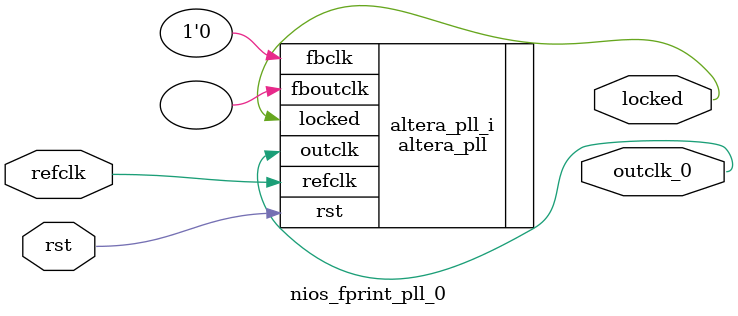
<source format=v>
`timescale 1ns/10ps
module  nios_fprint_pll_0(

	// interface 'refclk'
	input wire refclk,

	// interface 'reset'
	input wire rst,

	// interface 'outclk0'
	output wire outclk_0,

	// interface 'locked'
	output wire locked
);

	altera_pll #(
		.fractional_vco_multiplier("false"),
		.reference_clock_frequency("50.0 MHz"),
		.operation_mode("direct"),
		.number_of_clocks(1),
		.output_clock_frequency0("25.000000 MHz"),
		.phase_shift0("0 ps"),
		.duty_cycle0(50),
		.output_clock_frequency1("0 MHz"),
		.phase_shift1("0 ps"),
		.duty_cycle1(50),
		.output_clock_frequency2("0 MHz"),
		.phase_shift2("0 ps"),
		.duty_cycle2(50),
		.output_clock_frequency3("0 MHz"),
		.phase_shift3("0 ps"),
		.duty_cycle3(50),
		.output_clock_frequency4("0 MHz"),
		.phase_shift4("0 ps"),
		.duty_cycle4(50),
		.output_clock_frequency5("0 MHz"),
		.phase_shift5("0 ps"),
		.duty_cycle5(50),
		.output_clock_frequency6("0 MHz"),
		.phase_shift6("0 ps"),
		.duty_cycle6(50),
		.output_clock_frequency7("0 MHz"),
		.phase_shift7("0 ps"),
		.duty_cycle7(50),
		.output_clock_frequency8("0 MHz"),
		.phase_shift8("0 ps"),
		.duty_cycle8(50),
		.output_clock_frequency9("0 MHz"),
		.phase_shift9("0 ps"),
		.duty_cycle9(50),
		.output_clock_frequency10("0 MHz"),
		.phase_shift10("0 ps"),
		.duty_cycle10(50),
		.output_clock_frequency11("0 MHz"),
		.phase_shift11("0 ps"),
		.duty_cycle11(50),
		.output_clock_frequency12("0 MHz"),
		.phase_shift12("0 ps"),
		.duty_cycle12(50),
		.output_clock_frequency13("0 MHz"),
		.phase_shift13("0 ps"),
		.duty_cycle13(50),
		.output_clock_frequency14("0 MHz"),
		.phase_shift14("0 ps"),
		.duty_cycle14(50),
		.output_clock_frequency15("0 MHz"),
		.phase_shift15("0 ps"),
		.duty_cycle15(50),
		.output_clock_frequency16("0 MHz"),
		.phase_shift16("0 ps"),
		.duty_cycle16(50),
		.output_clock_frequency17("0 MHz"),
		.phase_shift17("0 ps"),
		.duty_cycle17(50),
		.pll_type("General"),
		.pll_subtype("General")
	) altera_pll_i (
		.rst	(rst),
		.outclk	({outclk_0}),
		.locked	(locked),
		.fboutclk	( ),
		.fbclk	(1'b0),
		.refclk	(refclk)
	);
endmodule


</source>
